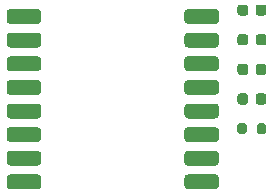
<source format=gtl>
G04 #@! TF.GenerationSoftware,KiCad,Pcbnew,9.0.1+1*
G04 #@! TF.CreationDate,2025-11-11T08:29:36+00:00*
G04 #@! TF.ProjectId,lora,6c6f7261-2e6b-4696-9361-645f70636258,rev?*
G04 #@! TF.SameCoordinates,Original*
G04 #@! TF.FileFunction,Copper,L1,Top*
G04 #@! TF.FilePolarity,Positive*
%FSLAX46Y46*%
G04 Gerber Fmt 4.6, Leading zero omitted, Abs format (unit mm)*
G04 Created by KiCad (PCBNEW 9.0.1+1) date 2025-11-11 08:29:36*
%MOMM*%
%LPD*%
G01*
G04 APERTURE LIST*
G04 APERTURE END LIST*
G04 #@! TA.AperFunction,SMDPad,CuDef*
G36*
G01*
X99550000Y-80640000D02*
X99550000Y-80140000D01*
G75*
G02*
X99775000Y-79915000I225000J0D01*
G01*
X100225000Y-79915000D01*
G75*
G02*
X100450000Y-80140000I0J-225000D01*
G01*
X100450000Y-80640000D01*
G75*
G02*
X100225000Y-80865000I-225000J0D01*
G01*
X99775000Y-80865000D01*
G75*
G02*
X99550000Y-80640000I0J225000D01*
G01*
G37*
G04 #@! TD.AperFunction*
G04 #@! TA.AperFunction,SMDPad,CuDef*
G36*
G01*
X101100000Y-80640000D02*
X101100000Y-80140000D01*
G75*
G02*
X101325000Y-79915000I225000J0D01*
G01*
X101775000Y-79915000D01*
G75*
G02*
X102000000Y-80140000I0J-225000D01*
G01*
X102000000Y-80640000D01*
G75*
G02*
X101775000Y-80865000I-225000J0D01*
G01*
X101325000Y-80865000D01*
G75*
G02*
X101100000Y-80640000I0J225000D01*
G01*
G37*
G04 #@! TD.AperFunction*
G04 #@! TA.AperFunction,SMDPad,CuDef*
G36*
G01*
X99550000Y-75620000D02*
X99550000Y-75120000D01*
G75*
G02*
X99775000Y-74895000I225000J0D01*
G01*
X100225000Y-74895000D01*
G75*
G02*
X100450000Y-75120000I0J-225000D01*
G01*
X100450000Y-75620000D01*
G75*
G02*
X100225000Y-75845000I-225000J0D01*
G01*
X99775000Y-75845000D01*
G75*
G02*
X99550000Y-75620000I0J225000D01*
G01*
G37*
G04 #@! TD.AperFunction*
G04 #@! TA.AperFunction,SMDPad,CuDef*
G36*
G01*
X101100000Y-75620000D02*
X101100000Y-75120000D01*
G75*
G02*
X101325000Y-74895000I225000J0D01*
G01*
X101775000Y-74895000D01*
G75*
G02*
X102000000Y-75120000I0J-225000D01*
G01*
X102000000Y-75620000D01*
G75*
G02*
X101775000Y-75845000I-225000J0D01*
G01*
X101325000Y-75845000D01*
G75*
G02*
X101100000Y-75620000I0J225000D01*
G01*
G37*
G04 #@! TD.AperFunction*
G04 #@! TA.AperFunction,SMDPad,CuDef*
G36*
G01*
X79995000Y-73718500D02*
X79995000Y-73083500D01*
G75*
G02*
X80312500Y-72766000I317500J0D01*
G01*
X82627500Y-72766000D01*
G75*
G02*
X82945000Y-73083500I0J-317500D01*
G01*
X82945000Y-73718500D01*
G75*
G02*
X82627500Y-74036000I-317500J0D01*
G01*
X80312500Y-74036000D01*
G75*
G02*
X79995000Y-73718500I0J317500D01*
G01*
G37*
G04 #@! TD.AperFunction*
G04 #@! TA.AperFunction,SMDPad,CuDef*
G36*
G01*
X79995000Y-75718500D02*
X79995000Y-75083500D01*
G75*
G02*
X80312500Y-74766000I317500J0D01*
G01*
X82627500Y-74766000D01*
G75*
G02*
X82945000Y-75083500I0J-317500D01*
G01*
X82945000Y-75718500D01*
G75*
G02*
X82627500Y-76036000I-317500J0D01*
G01*
X80312500Y-76036000D01*
G75*
G02*
X79995000Y-75718500I0J317500D01*
G01*
G37*
G04 #@! TD.AperFunction*
G04 #@! TA.AperFunction,SMDPad,CuDef*
G36*
G01*
X79995000Y-77718500D02*
X79995000Y-77083500D01*
G75*
G02*
X80312500Y-76766000I317500J0D01*
G01*
X82627500Y-76766000D01*
G75*
G02*
X82945000Y-77083500I0J-317500D01*
G01*
X82945000Y-77718500D01*
G75*
G02*
X82627500Y-78036000I-317500J0D01*
G01*
X80312500Y-78036000D01*
G75*
G02*
X79995000Y-77718500I0J317500D01*
G01*
G37*
G04 #@! TD.AperFunction*
G04 #@! TA.AperFunction,SMDPad,CuDef*
G36*
G01*
X79995000Y-79718500D02*
X79995000Y-79083500D01*
G75*
G02*
X80312500Y-78766000I317500J0D01*
G01*
X82627500Y-78766000D01*
G75*
G02*
X82945000Y-79083500I0J-317500D01*
G01*
X82945000Y-79718500D01*
G75*
G02*
X82627500Y-80036000I-317500J0D01*
G01*
X80312500Y-80036000D01*
G75*
G02*
X79995000Y-79718500I0J317500D01*
G01*
G37*
G04 #@! TD.AperFunction*
G04 #@! TA.AperFunction,SMDPad,CuDef*
G36*
G01*
X79995000Y-81718500D02*
X79995000Y-81083500D01*
G75*
G02*
X80312500Y-80766000I317500J0D01*
G01*
X82627500Y-80766000D01*
G75*
G02*
X82945000Y-81083500I0J-317500D01*
G01*
X82945000Y-81718500D01*
G75*
G02*
X82627500Y-82036000I-317500J0D01*
G01*
X80312500Y-82036000D01*
G75*
G02*
X79995000Y-81718500I0J317500D01*
G01*
G37*
G04 #@! TD.AperFunction*
G04 #@! TA.AperFunction,SMDPad,CuDef*
G36*
G01*
X79995000Y-83718500D02*
X79995000Y-83083500D01*
G75*
G02*
X80312500Y-82766000I317500J0D01*
G01*
X82627500Y-82766000D01*
G75*
G02*
X82945000Y-83083500I0J-317500D01*
G01*
X82945000Y-83718500D01*
G75*
G02*
X82627500Y-84036000I-317500J0D01*
G01*
X80312500Y-84036000D01*
G75*
G02*
X79995000Y-83718500I0J317500D01*
G01*
G37*
G04 #@! TD.AperFunction*
G04 #@! TA.AperFunction,SMDPad,CuDef*
G36*
G01*
X79995000Y-85718500D02*
X79995000Y-85083500D01*
G75*
G02*
X80312500Y-84766000I317500J0D01*
G01*
X82627500Y-84766000D01*
G75*
G02*
X82945000Y-85083500I0J-317500D01*
G01*
X82945000Y-85718500D01*
G75*
G02*
X82627500Y-86036000I-317500J0D01*
G01*
X80312500Y-86036000D01*
G75*
G02*
X79995000Y-85718500I0J317500D01*
G01*
G37*
G04 #@! TD.AperFunction*
G04 #@! TA.AperFunction,SMDPad,CuDef*
G36*
G01*
X79995000Y-87718500D02*
X79995000Y-87083500D01*
G75*
G02*
X80312500Y-86766000I317500J0D01*
G01*
X82627500Y-86766000D01*
G75*
G02*
X82945000Y-87083500I0J-317500D01*
G01*
X82945000Y-87718500D01*
G75*
G02*
X82627500Y-88036000I-317500J0D01*
G01*
X80312500Y-88036000D01*
G75*
G02*
X79995000Y-87718500I0J317500D01*
G01*
G37*
G04 #@! TD.AperFunction*
G04 #@! TA.AperFunction,SMDPad,CuDef*
G36*
G01*
X95045000Y-87718500D02*
X95045000Y-87083500D01*
G75*
G02*
X95362500Y-86766000I317500J0D01*
G01*
X97677500Y-86766000D01*
G75*
G02*
X97995000Y-87083500I0J-317500D01*
G01*
X97995000Y-87718500D01*
G75*
G02*
X97677500Y-88036000I-317500J0D01*
G01*
X95362500Y-88036000D01*
G75*
G02*
X95045000Y-87718500I0J317500D01*
G01*
G37*
G04 #@! TD.AperFunction*
G04 #@! TA.AperFunction,SMDPad,CuDef*
G36*
G01*
X95045000Y-85718500D02*
X95045000Y-85083500D01*
G75*
G02*
X95362500Y-84766000I317500J0D01*
G01*
X97677500Y-84766000D01*
G75*
G02*
X97995000Y-85083500I0J-317500D01*
G01*
X97995000Y-85718500D01*
G75*
G02*
X97677500Y-86036000I-317500J0D01*
G01*
X95362500Y-86036000D01*
G75*
G02*
X95045000Y-85718500I0J317500D01*
G01*
G37*
G04 #@! TD.AperFunction*
G04 #@! TA.AperFunction,SMDPad,CuDef*
G36*
G01*
X95045000Y-83718500D02*
X95045000Y-83083500D01*
G75*
G02*
X95362500Y-82766000I317500J0D01*
G01*
X97677500Y-82766000D01*
G75*
G02*
X97995000Y-83083500I0J-317500D01*
G01*
X97995000Y-83718500D01*
G75*
G02*
X97677500Y-84036000I-317500J0D01*
G01*
X95362500Y-84036000D01*
G75*
G02*
X95045000Y-83718500I0J317500D01*
G01*
G37*
G04 #@! TD.AperFunction*
G04 #@! TA.AperFunction,SMDPad,CuDef*
G36*
G01*
X95045000Y-81718500D02*
X95045000Y-81083500D01*
G75*
G02*
X95362500Y-80766000I317500J0D01*
G01*
X97677500Y-80766000D01*
G75*
G02*
X97995000Y-81083500I0J-317500D01*
G01*
X97995000Y-81718500D01*
G75*
G02*
X97677500Y-82036000I-317500J0D01*
G01*
X95362500Y-82036000D01*
G75*
G02*
X95045000Y-81718500I0J317500D01*
G01*
G37*
G04 #@! TD.AperFunction*
G04 #@! TA.AperFunction,SMDPad,CuDef*
G36*
G01*
X95045000Y-79718500D02*
X95045000Y-79083500D01*
G75*
G02*
X95362500Y-78766000I317500J0D01*
G01*
X97677500Y-78766000D01*
G75*
G02*
X97995000Y-79083500I0J-317500D01*
G01*
X97995000Y-79718500D01*
G75*
G02*
X97677500Y-80036000I-317500J0D01*
G01*
X95362500Y-80036000D01*
G75*
G02*
X95045000Y-79718500I0J317500D01*
G01*
G37*
G04 #@! TD.AperFunction*
G04 #@! TA.AperFunction,SMDPad,CuDef*
G36*
G01*
X95045000Y-77718500D02*
X95045000Y-77083500D01*
G75*
G02*
X95362500Y-76766000I317500J0D01*
G01*
X97677500Y-76766000D01*
G75*
G02*
X97995000Y-77083500I0J-317500D01*
G01*
X97995000Y-77718500D01*
G75*
G02*
X97677500Y-78036000I-317500J0D01*
G01*
X95362500Y-78036000D01*
G75*
G02*
X95045000Y-77718500I0J317500D01*
G01*
G37*
G04 #@! TD.AperFunction*
G04 #@! TA.AperFunction,SMDPad,CuDef*
G36*
G01*
X95045000Y-75718500D02*
X95045000Y-75083500D01*
G75*
G02*
X95362500Y-74766000I317500J0D01*
G01*
X97677500Y-74766000D01*
G75*
G02*
X97995000Y-75083500I0J-317500D01*
G01*
X97995000Y-75718500D01*
G75*
G02*
X97677500Y-76036000I-317500J0D01*
G01*
X95362500Y-76036000D01*
G75*
G02*
X95045000Y-75718500I0J317500D01*
G01*
G37*
G04 #@! TD.AperFunction*
G04 #@! TA.AperFunction,SMDPad,CuDef*
G36*
G01*
X95045000Y-73718500D02*
X95045000Y-73083500D01*
G75*
G02*
X95362500Y-72766000I317500J0D01*
G01*
X97677500Y-72766000D01*
G75*
G02*
X97995000Y-73083500I0J-317500D01*
G01*
X97995000Y-73718500D01*
G75*
G02*
X97677500Y-74036000I-317500J0D01*
G01*
X95362500Y-74036000D01*
G75*
G02*
X95045000Y-73718500I0J317500D01*
G01*
G37*
G04 #@! TD.AperFunction*
G04 #@! TA.AperFunction,SMDPad,CuDef*
G36*
G01*
X99550000Y-73110000D02*
X99550000Y-72610000D01*
G75*
G02*
X99775000Y-72385000I225000J0D01*
G01*
X100225000Y-72385000D01*
G75*
G02*
X100450000Y-72610000I0J-225000D01*
G01*
X100450000Y-73110000D01*
G75*
G02*
X100225000Y-73335000I-225000J0D01*
G01*
X99775000Y-73335000D01*
G75*
G02*
X99550000Y-73110000I0J225000D01*
G01*
G37*
G04 #@! TD.AperFunction*
G04 #@! TA.AperFunction,SMDPad,CuDef*
G36*
G01*
X101100000Y-73110000D02*
X101100000Y-72610000D01*
G75*
G02*
X101325000Y-72385000I225000J0D01*
G01*
X101775000Y-72385000D01*
G75*
G02*
X102000000Y-72610000I0J-225000D01*
G01*
X102000000Y-73110000D01*
G75*
G02*
X101775000Y-73335000I-225000J0D01*
G01*
X101325000Y-73335000D01*
G75*
G02*
X101100000Y-73110000I0J225000D01*
G01*
G37*
G04 #@! TD.AperFunction*
G04 #@! TA.AperFunction,SMDPad,CuDef*
G36*
G01*
X99550000Y-83175000D02*
X99550000Y-82625000D01*
G75*
G02*
X99750000Y-82425000I200000J0D01*
G01*
X100150000Y-82425000D01*
G75*
G02*
X100350000Y-82625000I0J-200000D01*
G01*
X100350000Y-83175000D01*
G75*
G02*
X100150000Y-83375000I-200000J0D01*
G01*
X99750000Y-83375000D01*
G75*
G02*
X99550000Y-83175000I0J200000D01*
G01*
G37*
G04 #@! TD.AperFunction*
G04 #@! TA.AperFunction,SMDPad,CuDef*
G36*
G01*
X101200000Y-83175000D02*
X101200000Y-82625000D01*
G75*
G02*
X101400000Y-82425000I200000J0D01*
G01*
X101800000Y-82425000D01*
G75*
G02*
X102000000Y-82625000I0J-200000D01*
G01*
X102000000Y-83175000D01*
G75*
G02*
X101800000Y-83375000I-200000J0D01*
G01*
X101400000Y-83375000D01*
G75*
G02*
X101200000Y-83175000I0J200000D01*
G01*
G37*
G04 #@! TD.AperFunction*
G04 #@! TA.AperFunction,SMDPad,CuDef*
G36*
G01*
X99550000Y-78130000D02*
X99550000Y-77630000D01*
G75*
G02*
X99775000Y-77405000I225000J0D01*
G01*
X100225000Y-77405000D01*
G75*
G02*
X100450000Y-77630000I0J-225000D01*
G01*
X100450000Y-78130000D01*
G75*
G02*
X100225000Y-78355000I-225000J0D01*
G01*
X99775000Y-78355000D01*
G75*
G02*
X99550000Y-78130000I0J225000D01*
G01*
G37*
G04 #@! TD.AperFunction*
G04 #@! TA.AperFunction,SMDPad,CuDef*
G36*
G01*
X101100000Y-78130000D02*
X101100000Y-77630000D01*
G75*
G02*
X101325000Y-77405000I225000J0D01*
G01*
X101775000Y-77405000D01*
G75*
G02*
X102000000Y-77630000I0J-225000D01*
G01*
X102000000Y-78130000D01*
G75*
G02*
X101775000Y-78355000I-225000J0D01*
G01*
X101325000Y-78355000D01*
G75*
G02*
X101100000Y-78130000I0J225000D01*
G01*
G37*
G04 #@! TD.AperFunction*
M02*

</source>
